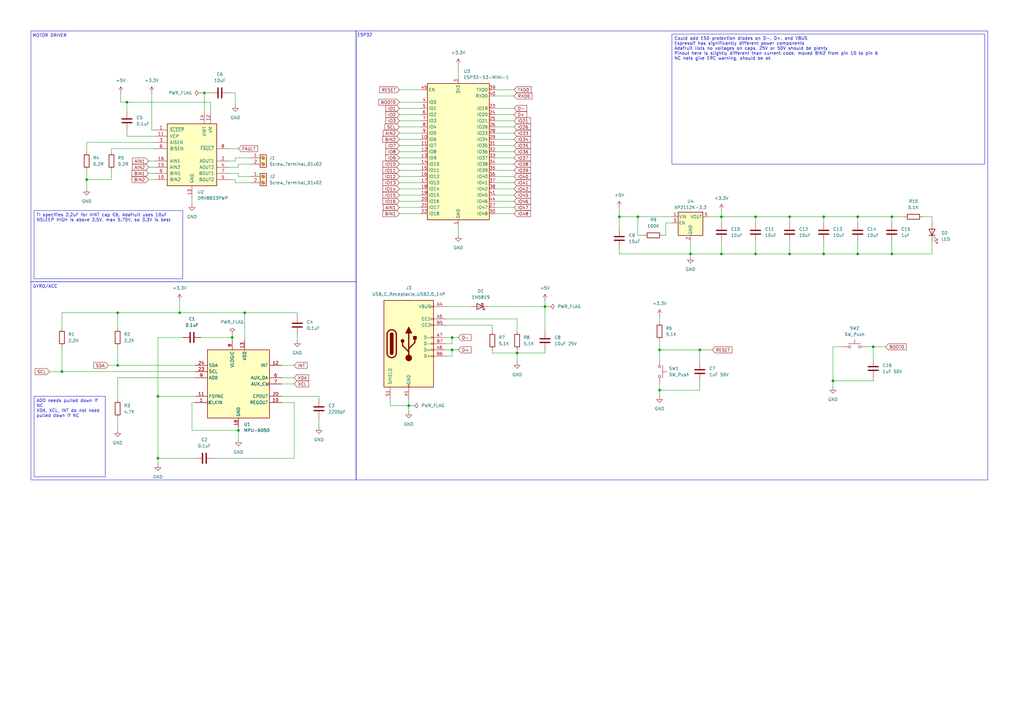
<source format=kicad_sch>
(kicad_sch (version 20231120) (generator "eeschema") (generator_version "8.0")
  (paper "A3")
  (title_block (title "Self Balancing Robot") (date "2024-06-18") (rev "A"))
  (lib_symbols
    (symbol "Connector:Screw_Terminal_01x02" (pin_names (offset 1.016) hide)
      (property "Reference" "J" (at 0 2.54 0))
      (property "Value" "Screw_Terminal_01x02" (at 0 -5.08 0))
      (symbol "Screw_Terminal_01x02_1_1"
        (pin passive line (at -5.08 0 0) (length 3.81) (name "Pin_1") (number "1"))
        (pin passive line (at -5.08 -2.54 0) (length 3.81) (name "Pin_2") (number "2"))
      )
    )
    (symbol "Connector:USB_C_Receptacle_USB2.0_14P" (pin_names (offset 1.016))
      (property "Reference" "J" (at 0 22.225 0))
      (property "Value" "USB_C_Receptacle_USB2.0_14P" (at 0 19.685 0))
      (symbol "USB_C_Receptacle_USB2.0_14P_1_1"
        (pin passive line (at 0 -22.86 90) (length 5.08) (name "GND") (number "A1"))
        (pin passive line (at 0 -22.86 90) (length 5.08) hide (name "GND") (number "A12"))
        (pin passive line (at 15.24 15.24 180) (length 5.08) (name "VBUS") (number "A4"))
        (pin bidirectional line (at 15.24 10.16 180) (length 5.08) (name "CC1") (number "A5"))
        (pin bidirectional line (at 15.24 -2.54 180) (length 5.08) (name "D+") (number "A6"))
        (pin bidirectional line (at 15.24 2.54 180) (length 5.08) (name "D-") (number "A7"))
        (pin passive line (at 15.24 15.24 180) (length 5.08) hide (name "VBUS") (number "A9"))
        (pin passive line (at 0 -22.86 90) (length 5.08) hide (name "GND") (number "B1"))
        (pin passive line (at 0 -22.86 90) (length 5.08) hide (name "GND") (number "B12"))
        (pin passive line (at 15.24 15.24 180) (length 5.08) hide (name "VBUS") (number "B4"))
        (pin bidirectional line (at 15.24 7.62 180) (length 5.08) (name "CC2") (number "B5"))
        (pin bidirectional line (at 15.24 -5.08 180) (length 5.08) (name "D+") (number "B6"))
        (pin bidirectional line (at 15.24 0 180) (length 5.08) (name "D-") (number "B7"))
        (pin passive line (at 15.24 15.24 180) (length 5.08) hide (name "VBUS") (number "B9"))
        (pin passive line (at -7.62 -22.86 90) (length 5.08) (name "SHIELD") (number "S1"))
      )
    )
    (symbol "Device:C" (pin_numbers hide) (pin_names (offset 0.254))
      (property "Reference" "C" (at 0.635 2.54 0))
      (property "Value" "C" (at 0.635 -2.54 0))
      (symbol "C_1_1"
        (pin passive line (at 0 3.81 270) (length 2.794) (name "~") (number "1"))
        (pin passive line (at 0 -3.81 90) (length 2.794) (name "~") (number "2"))
      )
    )
    (symbol "Device:LED" (pin_numbers hide) (pin_names (offset 1.016) hide)
      (property "Reference" "D" (at 0 2.54 0))
      (property "Value" "LED" (at 0 -2.54 0))
      (symbol "LED_1_1"
        (pin passive line (at -3.81 0 0) (length 2.54) (name "K") (number "1"))
        (pin passive line (at 3.81 0 180) (length 2.54) (name "A") (number "2"))
      )
    )
    (symbol "Device:R" (pin_numbers hide) (pin_names (offset 0))
      (property "Reference" "R" (at 2.032 0 90))
      (property "Value" "R" (at 0 0 90))
      (symbol "R_1_1"
        (pin passive line (at 0 3.81 270) (length 1.27) (name "~") (number "1"))
        (pin passive line (at 0 -3.81 90) (length 1.27) (name "~") (number "2"))
      )
    )
    (symbol "Diode:1N5819" (pin_numbers hide) (pin_names (offset 1.016) hide)
      (property "Reference" "D" (at 0 2.54 0))
      (property "Value" "1N5819" (at 0 -2.54 0))
      (symbol "1N5819_1_1"
        (pin passive line (at -3.81 0 0) (length 2.54) (name "K") (number "1"))
        (pin passive line (at 3.81 0 180) (length 2.54) (name "A") (number "2"))
      )
    )
    (symbol "Driver_Motor:DRV8833PWP" (pin_names (offset 1.016))
      (property "Reference" "U" (at -3.81 16.51 0))
      (property "Value" "DRV8833PWP" (at -3.81 13.97 0))
      (symbol "DRV8833PWP_1_1"
        (pin input line (at -15.24 10.16 0) (length 5.08) (name "~{SLEEP}") (number "1"))
        (pin input line (at -15.24 -10.16 0) (length 5.08) (name "BIN2") (number "10"))
        (pin bidirectional line (at -15.24 7.62 0) (length 5.08) (name "VCP") (number "11"))
        (pin power_in line (at 7.62 17.78 270) (length 5.08) (name "VM") (number "12"))
        (pin power_in line (at 0 -17.78 90) (length 5.08) (name "GND") (number "13"))
        (pin power_in line (at 5.08 17.78 270) (length 5.08) (name "VINT") (number "14"))
        (pin input line (at -15.24 -5.08 0) (length 5.08) (name "AIN2") (number "15"))
        (pin input line (at -15.24 -2.54 0) (length 5.08) (name "AIN1") (number "16"))
        (pin passive line (at 0 -17.78 90) (length 5.08) hide (name "GND") (number "17"))
        (pin power_out line (at 15.24 -2.54 180) (length 5.08) (name "AOUT1") (number "2"))
        (pin bidirectional line (at -15.24 5.08 0) (length 5.08) (name "AISEN") (number "3"))
        (pin power_out line (at 15.24 -5.08 180) (length 5.08) (name "AOUT2") (number "4"))
        (pin power_out line (at 15.24 -10.16 180) (length 5.08) (name "BOUT2") (number "5"))
        (pin bidirectional line (at -15.24 2.54 0) (length 5.08) (name "BISEN") (number "6"))
        (pin power_out line (at 15.24 -7.62 180) (length 5.08) (name "BOUT1") (number "7"))
        (pin open_collector line (at 15.24 2.54 180) (length 5.08) (name "~{FAULT}") (number "8"))
        (pin input line (at -15.24 -7.62 0) (length 5.08) (name "BIN1") (number "9"))
      )
    )
    (symbol "RF_Module:ESP32-S3-MINI-1"
      (property "Reference" "U" (at -11.43 29.21 0))
      (property "Value" "ESP32-S3-MINI-1" (at 12.7 29.21 0))
      (symbol "ESP32-S3-MINI-1_1_1"
        (pin power_in line (at 0 -30.48 90) (length 2.54) (name "GND") (number "1"))
        (pin bidirectional line (at -15.24 5.08 0) (length 2.54) (name "IO6") (number "10"))
        (pin bidirectional line (at -15.24 2.54 0) (length 2.54) (name "IO7") (number "11"))
        (pin bidirectional line (at -15.24 0 0) (length 2.54) (name "IO8") (number "12"))
        (pin bidirectional line (at -15.24 -2.54 0) (length 2.54) (name "IO9") (number "13"))
        (pin bidirectional line (at -15.24 -5.08 0) (length 2.54) (name "IO10") (number "14"))
        (pin bidirectional line (at -15.24 -7.62 0) (length 2.54) (name "IO11") (number "15"))
        (pin bidirectional line (at -15.24 -10.16 0) (length 2.54) (name "IO12") (number "16"))
        (pin bidirectional line (at -15.24 -12.7 0) (length 2.54) (name "IO13") (number "17"))
        (pin bidirectional line (at -15.24 -15.24 0) (length 2.54) (name "IO14") (number "18"))
        (pin bidirectional line (at -15.24 -17.78 0) (length 2.54) (name "IO15") (number "19"))
        (pin passive line (at 0 -30.48 90) (length 2.54) hide (name "GND") (number "2"))
        (pin bidirectional line (at -15.24 -20.32 0) (length 2.54) (name "IO16") (number "20"))
        (pin bidirectional line (at -15.24 -22.86 0) (length 2.54) (name "IO17") (number "21"))
        (pin bidirectional line (at -15.24 -25.4 0) (length 2.54) (name "IO18") (number "22"))
        (pin bidirectional line (at 15.24 17.78 180) (length 2.54) (name "IO19") (number "23"))
        (pin bidirectional line (at 15.24 15.24 180) (length 2.54) (name "IO20") (number "24"))
        (pin bidirectional line (at 15.24 12.7 180) (length 2.54) (name "IO21") (number "25"))
        (pin bidirectional line (at 15.24 10.16 180) (length 2.54) (name "IO26") (number "26"))
        (pin bidirectional line (at 15.24 -22.86 180) (length 2.54) (name "IO47") (number "27"))
        (pin bidirectional line (at 15.24 7.62 180) (length 2.54) (name "IO33") (number "28"))
        (pin bidirectional line (at 15.24 5.08 180) (length 2.54) (name "IO34") (number "29"))
        (pin power_in line (at 0 30.48 270) (length 2.54) (name "3V3") (number "3"))
        (pin bidirectional line (at 15.24 -25.4 180) (length 2.54) (name "IO48") (number "30"))
        (pin bidirectional line (at 15.24 2.54 180) (length 2.54) (name "IO35") (number "31"))
        (pin bidirectional line (at 15.24 0 180) (length 2.54) (name "IO36") (number "32"))
        (pin bidirectional line (at 15.24 -2.54 180) (length 2.54) (name "IO37") (number "33"))
        (pin bidirectional line (at 15.24 -5.08 180) (length 2.54) (name "IO38") (number "34"))
        (pin bidirectional line (at 15.24 -7.62 180) (length 2.54) (name "IO39") (number "35"))
        (pin bidirectional line (at 15.24 -10.16 180) (length 2.54) (name "IO40") (number "36"))
        (pin bidirectional line (at 15.24 -12.7 180) (length 2.54) (name "IO41") (number "37"))
        (pin bidirectional line (at 15.24 -15.24 180) (length 2.54) (name "IO42") (number "38"))
        (pin bidirectional line (at 15.24 25.4 180) (length 2.54) (name "TXD0") (number "39"))
        (pin bidirectional line (at -15.24 20.32 0) (length 2.54) (name "IO0") (number "4"))
        (pin bidirectional line (at 15.24 22.86 180) (length 2.54) (name "RXD0") (number "40"))
        (pin bidirectional line (at 15.24 -17.78 180) (length 2.54) (name "IO45") (number "41"))
        (pin passive line (at 0 -30.48 90) (length 2.54) hide (name "GND") (number "42"))
        (pin passive line (at 0 -30.48 90) (length 2.54) hide (name "GND") (number "43"))
        (pin bidirectional line (at 15.24 -20.32 180) (length 2.54) (name "IO46") (number "44"))
        (pin input line (at -15.24 25.4 0) (length 2.54) (name "EN") (number "45"))
        (pin passive line (at 0 -30.48 90) (length 2.54) hide (name "GND") (number "46"))
        (pin passive line (at 0 -30.48 90) (length 2.54) hide (name "GND") (number "47"))
        (pin passive line (at 0 -30.48 90) (length 2.54) hide (name "GND") (number "48"))
        (pin passive line (at 0 -30.48 90) (length 2.54) hide (name "GND") (number "49"))
        (pin bidirectional line (at -15.24 17.78 0) (length 2.54) (name "IO1") (number "5"))
        (pin passive line (at 0 -30.48 90) (length 2.54) hide (name "GND") (number "50"))
        (pin passive line (at 0 -30.48 90) (length 2.54) hide (name "GND") (number "51"))
        (pin passive line (at 0 -30.48 90) (length 2.54) hide (name "GND") (number "52"))
        (pin passive line (at 0 -30.48 90) (length 2.54) hide (name "GND") (number "53"))
        (pin passive line (at 0 -30.48 90) (length 2.54) hide (name "GND") (number "54"))
        (pin passive line (at 0 -30.48 90) (length 2.54) hide (name "GND") (number "55"))
        (pin passive line (at 0 -30.48 90) (length 2.54) hide (name "GND") (number "56"))
        (pin passive line (at 0 -30.48 90) (length 2.54) hide (name "GND") (number "57"))
        (pin passive line (at 0 -30.48 90) (length 2.54) hide (name "GND") (number "58"))
        (pin passive line (at 0 -30.48 90) (length 2.54) hide (name "GND") (number "59"))
        (pin bidirectional line (at -15.24 15.24 0) (length 2.54) (name "IO2") (number "6"))
        (pin passive line (at 0 -30.48 90) (length 2.54) hide (name "GND") (number "60"))
        (pin passive line (at 0 -30.48 90) (length 2.54) hide (name "GND") (number "61"))
        (pin passive line (at 0 -30.48 90) (length 2.54) hide (name "GND") (number "62"))
        (pin passive line (at 0 -30.48 90) (length 2.54) hide (name "GND") (number "63"))
        (pin passive line (at 0 -30.48 90) (length 2.54) hide (name "GND") (number "64"))
        (pin passive line (at 0 -30.48 90) (length 2.54) hide (name "GND") (number "65"))
        (pin bidirectional line (at -15.24 12.7 0) (length 2.54) (name "IO3") (number "7"))
        (pin bidirectional line (at -15.24 10.16 0) (length 2.54) (name "IO4") (number "8"))
        (pin bidirectional line (at -15.24 7.62 0) (length 2.54) (name "IO5") (number "9"))
      )
    )
    (symbol "Regulator_Linear:AP2112K-3.3" (pin_names (offset 0.254))
      (property "Reference" "U" (at -5.08 5.715 0))
      (property "Value" "AP2112K-3.3" (at 0 5.715 0))
      (symbol "AP2112K-3.3_1_1"
        (pin power_in line (at -7.62 2.54 0) (length 2.54) (name "VIN") (number "1"))
        (pin power_in line (at 0 -7.62 90) (length 2.54) (name "GND") (number "2"))
        (pin input line (at -7.62 0 0) (length 2.54) (name "EN") (number "3"))
        (pin no_connect line (at 5.08 0 180) (length 2.54) hide (name "NC") (number "4"))
        (pin power_out line (at 7.62 2.54 180) (length 2.54) (name "VOUT") (number "5"))
      )
    )
    (symbol "Sensor_Motion:MPU-6050"
      (property "Reference" "U" (at -11.43 13.97 0))
      (property "Value" "MPU-6050" (at 7.62 -15.24 0))
      (symbol "MPU-6050_0_0"
        (text "" (at 12.7 -2.54 0) (effects (font (size 1.27 1.27))))
      )
      (symbol "MPU-6050_1_1"
        (pin input clock (at -17.78 -7.62 0) (length 5.08) (name "CLKIN") (number "1"))
        (pin passive line (at 17.78 -7.62 180) (length 5.08) (name "REGOUT") (number "10"))
        (pin input line (at -17.78 -5.08 0) (length 5.08) (name "FSYNC") (number "11"))
        (pin output line (at 17.78 7.62 180) (length 5.08) (name "INT") (number "12"))
        (pin power_in line (at 2.54 17.78 270) (length 3.81) (name "VDD") (number "13"))
        (pin no_connect line (at -12.7 -10.16 0) (length 2.54) hide (name "NC") (number "14"))
        (pin no_connect line (at 12.7 12.7 180) (length 2.54) hide (name "NC") (number "15"))
        (pin no_connect line (at 12.7 10.16 180) (length 2.54) hide (name "NC") (number "16"))
        (pin no_connect line (at 12.7 5.08 180) (length 2.54) hide (name "NC") (number "17"))
        (pin power_in line (at 0 -17.78 90) (length 3.81) (name "GND") (number "18"))
        (pin no_connect line (at 12.7 -10.16 180) (length 2.54) hide (name "RESV") (number "19"))
        (pin no_connect line (at -12.7 12.7 0) (length 2.54) hide (name "NC") (number "2"))
        (pin passive line (at 17.78 -5.08 180) (length 5.08) (name "CPOUT") (number "20"))
        (pin no_connect line (at 12.7 -2.54 180) (length 2.54) hide (name "RESV") (number "21"))
        (pin no_connect line (at 12.7 -12.7 180) (length 2.54) hide (name "RESV") (number "22"))
        (pin input line (at -17.78 5.08 0) (length 5.08) (name "SCL") (number "23"))
        (pin bidirectional line (at -17.78 7.62 0) (length 5.08) (name "SDA") (number "24"))
        (pin no_connect line (at -12.7 10.16 0) (length 2.54) hide (name "NC") (number "3"))
        (pin no_connect line (at -12.7 0 0) (length 2.54) hide (name "NC") (number "4"))
        (pin no_connect line (at -12.7 -2.54 0) (length 2.54) hide (name "NC") (number "5"))
        (pin bidirectional line (at 17.78 2.54 180) (length 5.08) (name "AUX_DA") (number "6"))
        (pin output clock (at 17.78 0 180) (length 5.08) (name "AUX_CL") (number "7"))
        (pin power_in line (at -2.54 17.78 270) (length 3.81) (name "VLOGIC") (number "8"))
        (pin input line (at -17.78 2.54 0) (length 5.08) (name "AD0") (number "9"))
      )
    )
    (symbol "Switch:SW_Push" (pin_numbers hide) (pin_names (offset 1.016) hide)
      (property "Reference" "SW" (at 1.27 2.54 0))
      (property "Value" "SW_Push" (at 0 -1.524 0))
      (symbol "SW_Push_0_1"
        (pin passive line (at -5.08 0 0) (length 2.54) (name "1") (number "1"))
        (pin passive line (at 5.08 0 180) (length 2.54) (name "2") (number "2"))
      )
    )
    (symbol "power:+3.3V" (power) (pin_numbers hide) (pin_names (offset 0) hide)
      (property "Value" "+3.3V" (at 0 3.556 0))
      (symbol "+3.3V_1_1"
        (pin power_in line (at 0 0 90) (length 0) (name "~") (number "1"))
      )
    )
    (symbol "power:+5V" (power) (pin_numbers hide) (pin_names (offset 0) hide)
      (property "Value" "+5V" (at 0 3.556 0))
      (symbol "+5V_1_1"
        (pin power_in line (at 0 0 90) (length 0) (name "~") (number "1"))
      )
    )
    (symbol "power:GND" (power) (pin_numbers hide) (pin_names (offset 0) hide)
      (property "Value" "GND" (at 0 -3.81 0))
      (symbol "GND_1_1"
        (pin power_in line (at 0 0 270) (length 0) (name "~") (number "1"))
      )
    )
    (symbol "power:PWR_FLAG" (power) (pin_numbers hide) (pin_names (offset 0) hide)
      (property "Value" "PWR_FLAG" (at 0 3.81 0))
      (symbol "PWR_FLAG_0_0"
        (pin power_out line (at 0 0 90) (length 0) (name "~") (number "1"))
      )
    )
  )
  (junction (at 351.79 104.14))
  (junction (at 254 88.9))
  (junction (at 52.07 41.91))
  (junction (at 341.63 156.21))
  (junction (at 337.82 104.14))
  (junction (at 48.26 128.27))
  (junction (at 270.51 160.02))
  (junction (at 323.85 88.9))
  (junction (at 64.77 162.56))
  (junction (at 287.02 143.51))
  (junction (at 64.77 187.96))
  (junction (at 25.4 152.4))
  (junction (at 185.42 143.51))
  (junction (at 212.09 144.78))
  (junction (at 365.76 88.9))
  (junction (at 295.91 104.14))
  (junction (at 295.91 88.9))
  (junction (at 35.56 73.66))
  (junction (at 100.33 128.27))
  (junction (at 323.85 104.14))
  (junction (at 283.21 104.14))
  (junction (at 309.88 88.9))
  (junction (at 358.14 142.24))
  (junction (at 309.88 104.14))
  (junction (at 95.25 138.43))
  (junction (at 261.62 88.9))
  (junction (at 167.64 166.37))
  (junction (at 351.79 88.9))
  (junction (at 223.52 125.73))
  (junction (at 97.79 176.53))
  (junction (at 185.42 138.43))
  (junction (at 365.76 104.14))
  (junction (at 270.51 143.51))
  (junction (at 337.82 88.9))
  (junction (at 48.26 149.86))
  (junction (at 73.66 128.27))
  (junction (at 83.82 38.1))
  (wire (pts (xy 97.79 72.39) (xy 102.87 72.39)))
  (wire (pts (xy 185.42 143.51) (xy 187.96 143.51)))
  (wire (pts (xy 73.66 128.27) (xy 48.26 128.27)))
  (wire (pts (xy 130.81 163.83) (xy 130.81 162.56)))
  (wire (pts (xy 160.02 166.37) (xy 167.64 166.37)))
  (wire (pts (xy 358.14 142.24) (xy 363.22 142.24)))
  (wire (pts (xy 163.83 80.01) (xy 172.72 80.01)))
  (wire (pts (xy 351.79 91.44) (xy 351.79 88.9)))
  (wire (pts (xy 163.83 36.83) (xy 172.72 36.83)))
  (wire (pts (xy 223.52 144.78) (xy 212.09 144.78)))
  (wire (pts (xy 182.88 138.43) (xy 185.42 138.43)))
  (wire (pts (xy 95.25 138.43) (xy 95.25 139.7)))
  (wire (pts (xy 382.27 99.06) (xy 382.27 104.14)))
  (wire (pts (xy 323.85 99.06) (xy 323.85 104.14)))
  (wire (pts (xy 337.82 88.9) (xy 323.85 88.9)))
  (wire (pts (xy 203.2 82.55) (xy 210.82 82.55)))
  (wire (pts (xy 160.02 163.83) (xy 160.02 166.37)))
  (wire (pts (xy 45.72 60.96) (xy 45.72 62.23)))
  (wire (pts (xy 295.91 99.06) (xy 295.91 104.14)))
  (wire (pts (xy 254 88.9) (xy 261.62 88.9)))
  (wire (pts (xy 49.53 41.91) (xy 52.07 41.91)))
  (wire (pts (xy 78.74 165.1) (xy 80.01 165.1)))
  (wire (pts (xy 52.07 53.34) (xy 52.07 55.88)))
  (wire (pts (xy 323.85 91.44) (xy 323.85 88.9)))
  (wire (pts (xy 78.74 81.28) (xy 78.74 83.82)))
  (wire (pts (xy 73.66 123.19) (xy 73.66 128.27)))
  (wire (pts (xy 203.2 74.93) (xy 210.82 74.93)))
  (wire (pts (xy 163.83 52.07) (xy 172.72 52.07)))
  (wire (pts (xy 224.79 125.73) (xy 223.52 125.73)))
  (wire (pts (xy 83.82 38.1) (xy 86.36 38.1)))
  (wire (pts (xy 48.26 134.62) (xy 48.26 128.27)))
  (wire (pts (xy 223.52 125.73) (xy 223.52 135.89)))
  (wire (pts (xy 163.83 64.77) (xy 172.72 64.77)))
  (wire (pts (xy 60.96 73.66) (xy 63.5 73.66)))
  (wire (pts (xy 97.79 67.31) (xy 102.87 67.31)))
  (wire (pts (xy 270.51 157.48) (xy 270.51 160.02)))
  (wire (pts (xy 95.25 137.16) (xy 95.25 138.43)))
  (wire (pts (xy 365.76 104.14) (xy 351.79 104.14)))
  (wire (pts (xy 201.93 133.35) (xy 182.88 133.35)))
  (wire (pts (xy 185.42 138.43) (xy 187.96 138.43)))
  (wire (pts (xy 163.83 67.31) (xy 172.72 67.31)))
  (wire (pts (xy 20.32 152.4) (xy 25.4 152.4)))
  (wire (pts (xy 64.77 138.43) (xy 64.77 162.56)))
  (wire (pts (xy 309.88 99.06) (xy 309.88 104.14)))
  (wire (pts (xy 82.55 38.1) (xy 83.82 38.1)))
  (wire (pts (xy 287.02 143.51) (xy 270.51 143.51)))
  (wire (pts (xy 341.63 156.21) (xy 358.14 156.21)))
  (wire (pts (xy 254 101.6) (xy 254 104.14)))
  (wire (pts (xy 309.88 104.14) (xy 295.91 104.14)))
  (wire (pts (xy 121.92 139.7) (xy 121.92 137.16)))
  (wire (pts (xy 273.05 91.44) (xy 275.59 91.44)))
  (wire (pts (xy 64.77 187.96) (xy 80.01 187.96)))
  (wire (pts (xy 82.55 138.43) (xy 95.25 138.43)))
  (wire (pts (xy 341.63 156.21) (xy 341.63 158.75)))
  (wire (pts (xy 83.82 45.72) (xy 83.82 38.1)))
  (wire (pts (xy 203.2 54.61) (xy 210.82 54.61)))
  (wire (pts (xy 60.96 66.04) (xy 63.5 66.04)))
  (wire (pts (xy 163.83 54.61) (xy 172.72 54.61)))
  (wire (pts (xy 163.83 49.53) (xy 172.72 49.53)))
  (wire (pts (xy 115.57 154.94) (xy 120.65 154.94)))
  (wire (pts (xy 309.88 88.9) (xy 295.91 88.9)))
  (wire (pts (xy 96.52 64.77) (xy 102.87 64.77)))
  (wire (pts (xy 203.2 49.53) (xy 210.82 49.53)))
  (wire (pts (xy 337.82 104.14) (xy 323.85 104.14)))
  (wire (pts (xy 365.76 99.06) (xy 365.76 104.14)))
  (wire (pts (xy 96.52 66.04) (xy 93.98 66.04)))
  (wire (pts (xy 365.76 91.44) (xy 365.76 88.9)))
  (wire (pts (xy 351.79 99.06) (xy 351.79 104.14)))
  (wire (pts (xy 163.83 57.15) (xy 172.72 57.15)))
  (wire (pts (xy 223.52 143.51) (xy 223.52 144.78)))
  (wire (pts (xy 203.2 52.07) (xy 210.82 52.07)))
  (wire (pts (xy 358.14 142.24) (xy 358.14 147.32)))
  (wire (pts (xy 52.07 41.91) (xy 86.36 41.91)))
  (wire (pts (xy 203.2 87.63) (xy 210.82 87.63)))
  (wire (pts (xy 63.5 55.88) (xy 52.07 55.88)))
  (wire (pts (xy 223.52 123.19) (xy 223.52 125.73)))
  (wire (pts (xy 182.88 140.97) (xy 185.42 140.97)))
  (wire (pts (xy 187.96 26.67) (xy 187.96 31.75)))
  (wire (pts (xy 203.2 67.31) (xy 210.82 67.31)))
  (wire (pts (xy 200.66 125.73) (xy 223.52 125.73)))
  (wire (pts (xy 96.52 38.1) (xy 96.52 43.18)))
  (wire (pts (xy 337.82 91.44) (xy 337.82 88.9)))
  (wire (pts (xy 163.83 59.69) (xy 172.72 59.69)))
  (wire (pts (xy 167.64 163.83) (xy 167.64 166.37)))
  (wire (pts (xy 25.4 152.4) (xy 25.4 142.24)))
  (wire (pts (xy 35.56 58.42) (xy 35.56 62.23)))
  (wire (pts (xy 63.5 58.42) (xy 35.56 58.42)))
  (wire (pts (xy 163.83 41.91) (xy 172.72 41.91)))
  (wire (pts (xy 355.6 142.24) (xy 358.14 142.24)))
  (wire (pts (xy 48.26 149.86) (xy 48.26 142.24)))
  (wire (pts (xy 163.83 85.09) (xy 172.72 85.09)))
  (wire (pts (xy 203.2 57.15) (xy 210.82 57.15)))
  (wire (pts (xy 185.42 146.05) (xy 185.42 143.51)))
  (wire (pts (xy 290.83 88.9) (xy 295.91 88.9)))
  (wire (pts (xy 212.09 144.78) (xy 212.09 148.59)))
  (wire (pts (xy 203.2 39.37) (xy 210.82 39.37)))
  (wire (pts (xy 163.83 69.85) (xy 172.72 69.85)))
  (wire (pts (xy 187.96 92.71) (xy 187.96 96.52)))
  (wire (pts (xy 358.14 156.21) (xy 358.14 154.94)))
  (wire (pts (xy 78.74 176.53) (xy 97.79 176.53)))
  (wire (pts (xy 93.98 60.96) (xy 97.79 60.96)))
  (wire (pts (xy 182.88 146.05) (xy 185.42 146.05)))
  (wire (pts (xy 97.79 67.31) (xy 97.79 68.58)))
  (wire (pts (xy 337.82 99.06) (xy 337.82 104.14)))
  (wire (pts (xy 270.51 139.7) (xy 270.51 143.51)))
  (wire (pts (xy 341.63 142.24) (xy 341.63 156.21)))
  (wire (pts (xy 203.2 85.09) (xy 210.82 85.09)))
  (wire (pts (xy 96.52 38.1) (xy 93.98 38.1)))
  (wire (pts (xy 45.72 73.66) (xy 35.56 73.66)))
  (wire (pts (xy 64.77 162.56) (xy 80.01 162.56)))
  (wire (pts (xy 264.16 96.52) (xy 261.62 96.52)))
  (wire (pts (xy 60.96 71.12) (xy 63.5 71.12)))
  (wire (pts (xy 97.79 176.53) (xy 97.79 180.34)))
  (wire (pts (xy 48.26 154.94) (xy 80.01 154.94)))
  (wire (pts (xy 96.52 73.66) (xy 93.98 73.66)))
  (wire (pts (xy 96.52 74.93) (xy 96.52 73.66)))
  (wire (pts (xy 271.78 96.52) (xy 273.05 96.52)))
  (wire (pts (xy 52.07 45.72) (xy 52.07 41.91)))
  (wire (pts (xy 100.33 128.27) (xy 100.33 139.7)))
  (wire (pts (xy 309.88 91.44) (xy 309.88 88.9)))
  (wire (pts (xy 351.79 88.9) (xy 337.82 88.9)))
  (wire (pts (xy 261.62 96.52) (xy 261.62 88.9)))
  (wire (pts (xy 35.56 69.85) (xy 35.56 73.66)))
  (wire (pts (xy 163.83 87.63) (xy 172.72 87.63)))
  (wire (pts (xy 163.83 72.39) (xy 172.72 72.39)))
  (wire (pts (xy 203.2 72.39) (xy 210.82 72.39)))
  (wire (pts (xy 44.45 149.86) (xy 48.26 149.86)))
  (wire (pts (xy 163.83 77.47) (xy 172.72 77.47)))
  (wire (pts (xy 261.62 88.9) (xy 275.59 88.9)))
  (wire (pts (xy 163.83 74.93) (xy 172.72 74.93)))
  (wire (pts (xy 97.79 175.26) (xy 97.79 176.53)))
  (wire (pts (xy 163.83 62.23) (xy 172.72 62.23)))
  (wire (pts (xy 254 85.09) (xy 254 88.9)))
  (wire (pts (xy 201.93 143.51) (xy 201.93 144.78)))
  (wire (pts (xy 382.27 91.44) (xy 382.27 88.9)))
  (wire (pts (xy 163.83 44.45) (xy 172.72 44.45)))
  (wire (pts (xy 78.74 165.1) (xy 78.74 176.53)))
  (wire (pts (xy 254 88.9) (xy 254 93.98)))
  (wire (pts (xy 203.2 77.47) (xy 210.82 77.47)))
  (wire (pts (xy 254 104.14) (xy 283.21 104.14)))
  (wire (pts (xy 121.92 128.27) (xy 100.33 128.27)))
  (wire (pts (xy 185.42 140.97) (xy 185.42 138.43)))
  (wire (pts (xy 323.85 88.9) (xy 309.88 88.9)))
  (wire (pts (xy 283.21 99.06) (xy 283.21 104.14)))
  (wire (pts (xy 168.91 166.37) (xy 167.64 166.37)))
  (wire (pts (xy 97.79 71.12) (xy 93.98 71.12)))
  (wire (pts (xy 163.83 82.55) (xy 172.72 82.55)))
  (wire (pts (xy 48.26 163.83) (xy 48.26 154.94)))
  (wire (pts (xy 86.36 41.91) (xy 86.36 45.72)))
  (wire (pts (xy 163.83 46.99) (xy 172.72 46.99)))
  (wire (pts (xy 351.79 104.14) (xy 337.82 104.14)))
  (wire (pts (xy 120.65 165.1) (xy 115.57 165.1)))
  (wire (pts (xy 120.65 187.96) (xy 120.65 165.1)))
  (wire (pts (xy 182.88 143.51) (xy 185.42 143.51)))
  (wire (pts (xy 270.51 143.51) (xy 270.51 147.32)))
  (wire (pts (xy 25.4 128.27) (xy 48.26 128.27)))
  (wire (pts (xy 203.2 44.45) (xy 210.82 44.45)))
  (wire (pts (xy 287.02 156.21) (xy 287.02 160.02)))
  (wire (pts (xy 323.85 104.14) (xy 309.88 104.14)))
  (wire (pts (xy 203.2 64.77) (xy 210.82 64.77)))
  (wire (pts (xy 203.2 59.69) (xy 210.82 59.69)))
  (wire (pts (xy 97.79 68.58) (xy 93.98 68.58)))
  (wire (pts (xy 203.2 69.85) (xy 210.82 69.85)))
  (wire (pts (xy 382.27 88.9) (xy 378.46 88.9)))
  (wire (pts (xy 203.2 36.83) (xy 210.82 36.83)))
  (wire (pts (xy 167.64 166.37) (xy 167.64 168.91)))
  (wire (pts (xy 63.5 60.96) (xy 45.72 60.96)))
  (wire (pts (xy 115.57 157.48) (xy 120.65 157.48)))
  (wire (pts (xy 35.56 73.66) (xy 35.56 77.47)))
  (wire (pts (xy 130.81 171.45) (xy 130.81 175.26)))
  (wire (pts (xy 48.26 149.86) (xy 80.01 149.86)))
  (wire (pts (xy 287.02 143.51) (xy 292.1 143.51)))
  (wire (pts (xy 203.2 62.23) (xy 210.82 62.23)))
  (wire (pts (xy 64.77 162.56) (xy 64.77 187.96)))
  (wire (pts (xy 201.93 144.78) (xy 212.09 144.78)))
  (wire (pts (xy 203.2 80.01) (xy 210.82 80.01)))
  (wire (pts (xy 287.02 160.02) (xy 270.51 160.02)))
  (wire (pts (xy 212.09 135.89) (xy 212.09 130.81)))
  (wire (pts (xy 287.02 148.59) (xy 287.02 143.51)))
  (wire (pts (xy 212.09 143.51) (xy 212.09 144.78)))
  (wire (pts (xy 115.57 149.86) (xy 120.65 149.86)))
  (wire (pts (xy 365.76 88.9) (xy 370.84 88.9)))
  (wire (pts (xy 201.93 135.89) (xy 201.93 133.35)))
  (wire (pts (xy 295.91 104.14) (xy 283.21 104.14)))
  (wire (pts (xy 96.52 74.93) (xy 102.87 74.93)))
  (wire (pts (xy 182.88 125.73) (xy 193.04 125.73)))
  (wire (pts (xy 45.72 69.85) (xy 45.72 73.66)))
  (wire (pts (xy 270.51 160.02) (xy 270.51 162.56)))
  (wire (pts (xy 295.91 88.9) (xy 295.91 91.44)))
  (wire (pts (xy 60.96 68.58) (xy 63.5 68.58)))
  (wire (pts (xy 97.79 72.39) (xy 97.79 71.12)))
  (wire (pts (xy 64.77 190.5) (xy 64.77 187.96)))
  (wire (pts (xy 382.27 104.14) (xy 365.76 104.14)))
  (wire (pts (xy 25.4 134.62) (xy 25.4 128.27)))
  (wire (pts (xy 365.76 88.9) (xy 351.79 88.9)))
  (wire (pts (xy 63.5 53.34) (xy 62.23 53.34)))
  (wire (pts (xy 212.09 130.81) (xy 182.88 130.81)))
  (wire (pts (xy 100.33 128.27) (xy 73.66 128.27)))
  (wire (pts (xy 121.92 128.27) (xy 121.92 129.54)))
  (wire (pts (xy 96.52 64.77) (xy 96.52 66.04)))
  (wire (pts (xy 283.21 105.41) (xy 283.21 104.14)))
  (wire (pts (xy 25.4 152.4) (xy 80.01 152.4)))
  (wire (pts (xy 273.05 96.52) (xy 273.05 91.44)))
  (wire (pts (xy 64.77 138.43) (xy 74.93 138.43)))
  (wire (pts (xy 295.91 88.9) (xy 295.91 86.36)))
  (wire (pts (xy 49.53 38.1) (xy 49.53 41.91)))
  (wire (pts (xy 203.2 46.99) (xy 210.82 46.99)))
  (wire (pts (xy 62.23 38.1) (xy 62.23 53.34)))
  (wire (pts (xy 130.81 162.56) (xy 115.57 162.56)))
  (wire (pts (xy 345.44 142.24) (xy 341.63 142.24)))
  (wire (pts (xy 270.51 129.54) (xy 270.51 132.08)))
  (wire (pts (xy 87.63 187.96) (xy 120.65 187.96)))
  (wire (pts (xy 48.26 171.45) (xy 48.26 176.53)))
  (rectangle (start 12.7 115.57) (end 146.05 196.85))
  (rectangle (start 146.05 12.7) (end 405.13 196.85))
  (rectangle (start 12.7 12.7) (end 146.05 115.57))
  (text_box "TI specifies 2.2uF for VINT cap C6, Adafruit uses 10uF\nNSLEEP HIGH is above 2.5V, max 5.75V, so 3.3V is best" (at 13.97 86.36 0) (size 60.96 27.94) (effects (font (size 1.27 1.27)) (justify left top)))
  (text_box "Could add ESD protection diodes on D-, D+, and VBUS\nEspressif has significantly different power components\nAdafruit lists no voltages on caps, 25V or 50V should be plenty\nPinout here is slightly different than current code, moved BIN2 from pin 10 to pin 6\nNC nets give ERC warning, should be ok" (at 275.59 13.97 0) (size 128.27 53.34) (effects (font (size 1.27 1.27)) (justify left top)))
  (text_box "ADO needs pulled down if NC\nXDA, XCL, INT do not need pulled down if NC" (at 13.97 162.56 0) (size 29.21 33.02) (effects (font (size 1.27 1.27)) (justify left top)))
  (text "GYRO/ACC" (at 18.542 117.602 0) (effects (font (size 1.27 1.27))))
  (text "MOTOR DRIVER" (at 20.32 14.732 0) (effects (font (size 1.27 1.27))))
  (text "ESP32" (at 149.606 14.478 0) (effects (font (size 1.27 1.27))))
  (global_label "D-" (shape input) (at 210.82 44.45 0) (property "Intersheetrefs" "${INTERSHEET_REFS}" (effects (hide yes))))
  (global_label "RESET" (shape input) (at 163.83 36.83 180) (property "Intersheetrefs" "${INTERSHEET_REFS}" (effects (hide yes))))
  (global_label "BIN1" (shape input) (at 163.83 87.63 180) (property "Intersheetrefs" "${INTERSHEET_REFS}" (effects (hide yes))))
  (global_label "IO34" (shape input) (at 210.82 57.15 0) (property "Intersheetrefs" "${INTERSHEET_REFS}" (effects (hide yes))))
  (global_label "IO14" (shape input) (at 163.83 77.47 180) (property "Intersheetrefs" "${INTERSHEET_REFS}" (effects (hide yes))))
  (global_label "SCL" (shape input) (at 163.83 52.07 180) (property "Intersheetrefs" "${INTERSHEET_REFS}" (effects (hide yes))))
  (global_label "D+" (shape input) (at 210.82 46.99 0) (property "Intersheetrefs" "${INTERSHEET_REFS}" (effects (hide yes))))
  (global_label "RXD0" (shape input) (at 210.82 39.37 0) (property "Intersheetrefs" "${INTERSHEET_REFS}" (effects (hide yes))))
  (global_label "IO46" (shape input) (at 210.82 82.55 0) (property "Intersheetrefs" "${INTERSHEET_REFS}" (effects (hide yes))))
  (global_label "IO21" (shape input) (at 210.82 49.53 0) (property "Intersheetrefs" "${INTERSHEET_REFS}" (effects (hide yes))))
  (global_label "IO39" (shape input) (at 210.82 69.85 0) (property "Intersheetrefs" "${INTERSHEET_REFS}" (effects (hide yes))))
  (global_label "IO38" (shape input) (at 210.82 67.31 0) (property "Intersheetrefs" "${INTERSHEET_REFS}" (effects (hide yes))))
  (global_label "IO33" (shape input) (at 210.82 54.61 0) (property "Intersheetrefs" "${INTERSHEET_REFS}" (effects (hide yes))))
  (global_label "IO2" (shape input) (at 163.83 46.99 180) (property "Intersheetrefs" "${INTERSHEET_REFS}" (effects (hide yes))))
  (global_label "IO15" (shape input) (at 163.83 80.01 180) (property "Intersheetrefs" "${INTERSHEET_REFS}" (effects (hide yes))))
  (global_label "IO35" (shape input) (at 210.82 59.69 0) (property "Intersheetrefs" "${INTERSHEET_REFS}" (effects (hide yes))))
  (global_label "IO42" (shape input) (at 210.82 77.47 0) (property "Intersheetrefs" "${INTERSHEET_REFS}" (effects (hide yes))))
  (global_label "SCL" (shape input) (at 20.32 152.4 180) (property "Intersheetrefs" "${INTERSHEET_REFS}" (effects (hide yes))))
  (global_label "XDA" (shape input) (at 120.65 154.94 0) (property "Intersheetrefs" "${INTERSHEET_REFS}" (effects (hide yes))))
  (global_label "AIN1" (shape input) (at 60.96 66.04 180) (property "Intersheetrefs" "${INTERSHEET_REFS}" (effects (hide yes))))
  (global_label "BIN2" (shape input) (at 163.83 57.15 180) (property "Intersheetrefs" "${INTERSHEET_REFS}" (effects (hide yes))))
  (global_label "SDA" (shape input) (at 44.45 149.86 180) (property "Intersheetrefs" "${INTERSHEET_REFS}" (effects (hide yes))))
  (global_label "IO36" (shape input) (at 210.82 62.23 0) (property "Intersheetrefs" "${INTERSHEET_REFS}" (effects (hide yes))))
  (global_label "RESET" (shape input) (at 292.1 143.51 0) (property "Intersheetrefs" "${INTERSHEET_REFS}" (effects (hide yes))))
  (global_label "IO40" (shape input) (at 210.82 72.39 0) (property "Intersheetrefs" "${INTERSHEET_REFS}" (effects (hide yes))))
  (global_label "AIN2" (shape input) (at 163.83 54.61 180) (property "Intersheetrefs" "${INTERSHEET_REFS}" (effects (hide yes))))
  (global_label "AIN2" (shape input) (at 60.96 68.58 180) (property "Intersheetrefs" "${INTERSHEET_REFS}" (effects (hide yes))))
  (global_label "INT" (shape input) (at 120.65 149.86 0) (property "Intersheetrefs" "${INTERSHEET_REFS}" (effects (hide yes))))
  (global_label "IO41" (shape input) (at 210.82 74.93 0) (property "Intersheetrefs" "${INTERSHEET_REFS}" (effects (hide yes))))
  (global_label "IO48" (shape input) (at 210.82 87.63 0) (property "Intersheetrefs" "${INTERSHEET_REFS}" (effects (hide yes))))
  (global_label "IO7" (shape input) (at 163.83 59.69 180) (property "Intersheetrefs" "${INTERSHEET_REFS}" (effects (hide yes))))
  (global_label "IO13" (shape input) (at 163.83 74.93 180) (property "Intersheetrefs" "${INTERSHEET_REFS}" (effects (hide yes))))
  (global_label "BIN1" (shape input) (at 60.96 71.12 180) (property "Intersheetrefs" "${INTERSHEET_REFS}" (effects (hide yes))))
  (global_label "BOOT0" (shape input) (at 363.22 142.24 0) (property "Intersheetrefs" "${INTERSHEET_REFS}" (effects (hide yes))))
  (global_label "XCL" (shape input) (at 120.65 157.48 0) (property "Intersheetrefs" "${INTERSHEET_REFS}" (effects (hide yes))))
  (global_label "D+" (shape input) (at 187.96 143.51 0) (property "Intersheetrefs" "${INTERSHEET_REFS}" (effects (hide yes))))
  (global_label "IO37" (shape input) (at 210.82 64.77 0) (property "Intersheetrefs" "${INTERSHEET_REFS}" (effects (hide yes))))
  (global_label "IO12" (shape input) (at 163.83 72.39 180) (property "Intersheetrefs" "${INTERSHEET_REFS}" (effects (hide yes))))
  (global_label "IO9" (shape input) (at 163.83 64.77 180) (property "Intersheetrefs" "${INTERSHEET_REFS}" (effects (hide yes))))
  (global_label "IO45" (shape input) (at 210.82 80.01 0) (property "Intersheetrefs" "${INTERSHEET_REFS}" (effects (hide yes))))
  (global_label "IO3" (shape input) (at 163.83 49.53 180) (property "Intersheetrefs" "${INTERSHEET_REFS}" (effects (hide yes))))
  (global_label "IO11" (shape input) (at 163.83 69.85 180) (property "Intersheetrefs" "${INTERSHEET_REFS}" (effects (hide yes))))
  (global_label "BOOT0" (shape input) (at 163.83 41.91 180) (property "Intersheetrefs" "${INTERSHEET_REFS}" (effects (hide yes))))
  (global_label "IO8" (shape input) (at 163.83 62.23 180) (property "Intersheetrefs" "${INTERSHEET_REFS}" (effects (hide yes))))
  (global_label "IO1" (shape input) (at 163.83 44.45 180) (property "Intersheetrefs" "${INTERSHEET_REFS}" (effects (hide yes))))
  (global_label "IO16" (shape input) (at 163.83 82.55 180) (property "Intersheetrefs" "${INTERSHEET_REFS}" (effects (hide yes))))
  (global_label "D-" (shape input) (at 187.96 138.43 0) (property "Intersheetrefs" "${INTERSHEET_REFS}" (effects (hide yes))))
  (global_label "BIN2" (shape input) (at 60.96 73.66 180) (property "Intersheetrefs" "${INTERSHEET_REFS}" (effects (hide yes))))
  (global_label "AIN1" (shape input) (at 163.83 85.09 180) (property "Intersheetrefs" "${INTERSHEET_REFS}" (effects (hide yes))))
  (global_label "TXD0" (shape input) (at 210.82 36.83 0) (property "Intersheetrefs" "${INTERSHEET_REFS}" (effects (hide yes))))
  (global_label "IO10" (shape input) (at 163.83 67.31 180) (property "Intersheetrefs" "${INTERSHEET_REFS}" (effects (hide yes))))
  (global_label "IO26" (shape input) (at 210.82 52.07 0) (property "Intersheetrefs" "${INTERSHEET_REFS}" (effects (hide yes))))
  (global_label "IO47" (shape input) (at 210.82 85.09 0) (property "Intersheetrefs" "${INTERSHEET_REFS}" (effects (hide yes))))
  (global_label "FAULT" (shape input) (at 97.79 60.96 0) (property "Intersheetrefs" "${INTERSHEET_REFS}" (effects (hide yes))))
  (symbol (lib_id "Diode:1N5819") (at 196.85 125.73 180) (unit 1)
    (property "Reference" "D1" (at 197.1675 119.38 0))
    (property "Value" "1N5819" (at 197.1675 121.92 0))
    (property "Footprint" "Diode_THT:D_DO-41_SOD81_P10.16mm_Horizontal" (effects (hide yes)))
    (property "Datasheet" "http://www.vishay.com/docs/88525/1n5817.pdf" (effects (hide yes)))
    (property "Description" "40V 1A Schottky Barrier Rectifier Diode, DO-41" (effects (hide yes)))
  )
  (symbol (lib_id "Device:R") (at 25.4 138.43 0) (unit 1)
    (property "Reference" "R1" (at 27.94 137.1599 0) (effects (justify left)))
    (property "Value" "2.2K" (at 27.94 139.6999 0) (effects (justify left)))
    (property "Description" "Resistor" (effects (hide yes)))
  )
  (symbol (lib_id "Device:R") (at 35.56 66.04 0) (unit 1)
    (property "Reference" "R4" (at 38.1 64.7699 0) (effects (justify left)))
    (property "Value" "0.2R" (at 38.1 67.3099 0) (effects (justify left)))
    (property "Description" "Resistor" (effects (hide yes)))
  )
  (symbol (lib_id "power:+3.3V") (at 295.91 86.36 0) (unit 1)
    (property "Reference" "#PWR021" (effects (hide yes)))
    (property "Value" "+3.3V" (at 295.91 81.28 0))
    (property "Description" "Power symbol creates a global label with name \"+3.3V\"" (effects (hide yes)))
  )
  (symbol (lib_id "Connector:Screw_Terminal_01x02") (at 107.95 72.39 0) (unit 1)
    (property "Reference" "J2" (at 110.49 72.3899 0) (effects (justify left)))
    (property "Value" "Screw_Terminal_01x02" (at 110.49 74.9299 0) (effects (justify left)))
    (property "Description" "Generic screw terminal, single row, 01x02, script generated (kicad-library-utils/schlib/autogen/connector/)" (effects (hide yes)))
  )
  (symbol (lib_id "Device:C") (at 351.79 95.25 0) (unit 1)
    (property "Reference" "C14" (at 355.6 93.9799 0) (effects (justify left)))
    (property "Value" "10uF" (at 355.6 96.5199 0) (effects (justify left)))
    (property "Description" "Unpolarized capacitor" (effects (hide yes)))
  )
  (symbol (lib_id "Device:C") (at 121.92 133.35 0) (unit 1)
    (property "Reference" "C4" (at 125.73 132.0799 0) (effects (justify left)))
    (property "Value" "0.1uF" (at 125.73 134.6199 0) (effects (justify left)))
    (property "Description" "Unpolarized capacitor" (effects (hide yes)))
  )
  (symbol (lib_id "power:GND") (at 187.96 96.52 0) (unit 1)
    (property "Reference" "#PWR016" (effects (hide yes)))
    (property "Value" "GND" (at 187.96 101.6 0))
    (property "Description" "Power symbol creates a global label with name \"GND\" , ground" (effects (hide yes)))
  )
  (symbol (lib_id "Device:LED") (at 382.27 95.25 90) (unit 1)
    (property "Reference" "D2" (at 386.08 95.5674 90) (effects (justify right)))
    (property "Value" "LED" (at 386.08 98.1074 90) (effects (justify right)))
    (property "Description" "Light emitting diode" (effects (hide yes)))
  )
  (symbol (lib_id "Device:R") (at 270.51 135.89 0) (unit 1)
    (property "Reference" "R6" (at 273.05 134.6199 0) (effects (justify left)))
    (property "Value" "5.1K" (at 273.05 137.1599 0) (effects (justify left)))
    (property "Description" "Resistor" (effects (hide yes)))
  )
  (symbol (lib_id "power:PWR_FLAG") (at 168.91 166.37 270) (unit 1)
    (property "Reference" "#FLG01" (effects (hide yes)))
    (property "Value" "PWR_FLAG" (at 172.72 166.3699 90) (effects (justify left)))
    (property "Description" "Special symbol for telling ERC where power comes from" (effects (hide yes)))
  )
  (symbol (lib_id "Device:R") (at 48.26 167.64 0) (unit 1)
    (property "Reference" "R3" (at 50.8 166.3699 0) (effects (justify left)))
    (property "Value" "4.7K" (at 50.8 168.9099 0) (effects (justify left)))
    (property "Description" "Resistor" (effects (hide yes)))
  )
  (symbol (lib_id "power:GND") (at 35.56 77.47 0) (unit 1)
    (property "Reference" "#PWR08" (effects (hide yes)))
    (property "Value" "GND" (at 35.56 82.55 0))
    (property "Description" "Power symbol creates a global label with name \"GND\" , ground" (effects (hide yes)))
  )
  (symbol (lib_id "power:+3.3V") (at 62.23 38.1 0) (unit 1)
    (property "Reference" "#PWR011" (effects (hide yes)))
    (property "Value" "+3.3V" (at 62.23 33.02 0))
    (property "Description" "Power symbol creates a global label with name \"+3.3V\"" (effects (hide yes)))
  )
  (symbol (lib_id "power:GND") (at 212.09 148.59 0) (unit 1)
    (property "Reference" "#PWR017" (effects (hide yes)))
    (property "Value" "GND" (at 212.09 153.67 0))
    (property "Description" "Power symbol creates a global label with name \"GND\" , ground" (effects (hide yes)))
  )
  (symbol (lib_id "Device:R") (at 212.09 139.7 0) (unit 1)
    (property "Reference" "R8" (at 214.63 138.4299 0) (effects (justify left)))
    (property "Value" "5.1K" (at 214.63 140.9699 0) (effects (justify left)))
    (property "Description" "Resistor" (effects (hide yes)))
  )
  (symbol (lib_id "Device:C") (at 223.52 139.7 0) (unit 1)
    (property "Reference" "C8" (at 227.33 138.4299 0) (effects (justify left)))
    (property "Value" "10uF 25V" (at 227.33 140.9699 0) (effects (justify left)))
    (property "Description" "Unpolarized capacitor" (effects (hide yes)))
  )
  (symbol (lib_id "power:GND") (at 96.52 43.18 0) (unit 1)
    (property "Reference" "#PWR09" (effects (hide yes)))
    (property "Value" "GND" (at 96.52 48.26 0))
    (property "Description" "Power symbol creates a global label with name \"GND\" , ground" (effects (hide yes)))
  )
  (symbol (lib_id "Device:R") (at 201.93 139.7 0) (unit 1)
    (property "Reference" "R7" (at 204.47 138.4299 0) (effects (justify left)))
    (property "Value" "5.1K" (at 204.47 140.9699 0) (effects (justify left)))
    (property "Description" "Resistor" (effects (hide yes)))
  )
  (symbol (lib_id "power:+5V") (at 49.53 38.1 0) (unit 1)
    (property "Reference" "#PWR022" (effects (hide yes)))
    (property "Value" "+5V" (at 49.53 33.02 0))
    (property "Description" "Power symbol creates a global label with name \"+5V\"" (effects (hide yes)))
  )
  (symbol (lib_id "Device:C") (at 78.74 138.43 270) (unit 1)
    (property "Reference" "C1" (at 78.74 130.81 90))
    (property "Value" "0.1uF" (at 78.74 133.35 90))
    (property "Description" "Unpolarized capacitor" (effects (hide yes)))
  )
  (symbol (lib_id "Device:R") (at 45.72 66.04 0) (unit 1)
    (property "Reference" "R5" (at 48.26 64.7699 0) (effects (justify left)))
    (property "Value" "0.2R" (at 48.26 67.3099 0) (effects (justify left)))
    (property "Description" "Resistor" (effects (hide yes)))
  )
  (symbol (lib_id "power:+3.3V") (at 270.51 129.54 0) (unit 1)
    (property "Reference" "#PWR014" (effects (hide yes)))
    (property "Value" "+3.3V" (at 270.51 124.46 0))
    (property "Description" "Power symbol creates a global label with name \"+3.3V\"" (effects (hide yes)))
  )
  (symbol (lib_id "Regulator_Linear:AP2112K-3.3") (at 283.21 91.44 0) (unit 1)
    (property "Reference" "U4" (at 283.21 82.55 0))
    (property "Value" "AP2112K-3.3" (at 283.21 85.09 0))
    (property "Footprint" "Package_TO_SOT_SMD:SOT-23-5" (effects (hide yes)))
    (property "Datasheet" "https://www.diodes.com/assets/Datasheets/AP2112.pdf" (effects (hide yes)))
    (property "Description" "600mA low dropout linear regulator, with enable pin, 3.8V-6V input voltage range, 3.3V fixed positive output, SOT-23-5" (effects (hide yes)))
  )
  (symbol (lib_id "Device:C") (at 323.85 95.25 0) (unit 1)
    (property "Reference" "C12" (at 327.66 93.9799 0) (effects (justify left)))
    (property "Value" "10uF" (at 327.66 96.5199 0) (effects (justify left)))
    (property "Description" "Unpolarized capacitor" (effects (hide yes)))
  )
  (symbol (lib_id "power:GND") (at 167.64 168.91 0) (unit 1)
    (property "Reference" "#PWR013" (effects (hide yes)))
    (property "Value" "GND" (at 167.64 173.99 0))
    (property "Description" "Power symbol creates a global label with name \"GND\" , ground" (effects (hide yes)))
  )
  (symbol (lib_id "RF_Module:ESP32-S3-MINI-1") (at 187.96 62.23 0) (unit 1)
    (property "Reference" "U3" (at 190.1541 29.21 0) (effects (justify left)))
    (property "Value" "ESP32-S3-MINI-1" (at 190.1541 31.75 0) (effects (justify left)))
    (property "Footprint" "RF_Module:ESP32-S2-MINI-1" (effects (hide yes)))
    (property "Datasheet" "https://www.espressif.com/sites/default/files/documentation/esp32-s3-mini-1_mini-1u_datasheet_en.pdf" (effects (hide yes)))
    (property "Description" "RF Module, ESP32-S3 SoC, Wi-Fi 802.11b/g/n, Bluetooth, BLE, 32-bit, 3.3V, SMD, onboard antenna" (effects (hide yes)))
  )
  (symbol (lib_id "Switch:SW_Push") (at 350.52 142.24 0) (unit 1)
    (property "Reference" "SW2" (at 350.52 134.62 0))
    (property "Value" "SW_Push" (at 350.52 137.16 0))
    (property "Description" "Push button switch, generic, two pins" (effects (hide yes)))
  )
  (symbol (lib_id "Device:R") (at 374.65 88.9 90) (unit 1)
    (property "Reference" "R10" (at 374.65 82.55 90))
    (property "Value" "5.1K" (at 374.65 85.09 90))
    (property "Description" "Resistor" (effects (hide yes)))
  )
  (symbol (lib_id "Sensor_Motion:MPU-6050") (at 97.79 157.48 0) (unit 1)
    (property "Reference" "U1" (at 99.9841 173.99 0) (effects (justify left)))
    (property "Value" "MPU-6050" (at 99.9841 176.53 0) (effects (justify left)))
    (property "Footprint" "Sensor_Motion:InvenSense_QFN-24_4x4mm_P0.5mm" (effects (hide yes)))
    (property "Datasheet" "https://invensense.tdk.com/wp-content/uploads/2015/02/MPU-6000-Datasheet1.pdf" (effects (hide yes)))
    (property "Description" "InvenSense 6-Axis Motion Sensor, Gyroscope, Accelerometer, I2C" (effects (hide yes)))
  )
  (symbol (lib_id "Device:C") (at 337.82 95.25 0) (unit 1)
    (property "Reference" "C13" (at 341.63 93.9799 0) (effects (justify left)))
    (property "Value" "10uF" (at 341.63 96.5199 0) (effects (justify left)))
    (property "Description" "Unpolarized capacitor" (effects (hide yes)))
  )
  (symbol (lib_id "Device:C") (at 52.07 49.53 0) (unit 1)
    (property "Reference" "C5" (at 55.88 48.2599 0) (effects (justify left)))
    (property "Value" "0.1uF" (at 55.88 50.7999 0) (effects (justify left)))
    (property "Description" "Unpolarized capacitor" (effects (hide yes)))
  )
  (symbol (lib_id "power:GND") (at 130.81 175.26 0) (unit 1)
    (property "Reference" "#PWR03" (effects (hide yes)))
    (property "Value" "GND" (at 130.81 180.34 0))
    (property "Description" "Power symbol creates a global label with name \"GND\" , ground" (effects (hide yes)))
  )
  (symbol (lib_id "power:+3.3V") (at 73.66 123.19 0) (unit 1)
    (property "Reference" "#PWR01" (effects (hide yes)))
    (property "Value" "+3.3V" (at 73.66 118.11 0))
    (property "Description" "Power symbol creates a global label with name \"+3.3V\"" (effects (hide yes)))
  )
  (symbol (lib_id "Device:C") (at 83.82 187.96 270) (unit 1)
    (property "Reference" "C2" (at 83.82 180.34 90))
    (property "Value" "0.1uF" (at 83.82 182.88 90))
    (property "Description" "Unpolarized capacitor" (effects (hide yes)))
  )
  (symbol (lib_id "Connector:Screw_Terminal_01x02") (at 107.95 64.77 0) (unit 1)
    (property "Reference" "J1" (at 110.49 64.7699 0) (effects (justify left)))
    (property "Value" "Screw_Terminal_01x02" (at 110.49 67.3099 0) (effects (justify left)))
    (property "Description" "Generic screw terminal, single row, 01x02, script generated (kicad-library-utils/schlib/autogen/connector/)" (effects (hide yes)))
  )
  (symbol (lib_id "power:+3.3V") (at 187.96 26.67 0) (unit 1)
    (property "Reference" "#PWR012" (effects (hide yes)))
    (property "Value" "+3.3V" (at 187.96 21.59 0))
    (property "Description" "Power symbol creates a global label with name \"+3.3V\"" (effects (hide yes)))
  )
  (symbol (lib_id "Device:C") (at 365.76 95.25 0) (unit 1)
    (property "Reference" "C15" (at 369.57 93.9799 0) (effects (justify left)))
    (property "Value" "1uF" (at 369.57 96.5199 0) (effects (justify left)))
    (property "Description" "Unpolarized capacitor" (effects (hide yes)))
  )
  (symbol (lib_id "Device:C") (at 287.02 152.4 0) (unit 1)
    (property "Reference" "C7" (at 290.83 151.1299 0) (effects (justify left)))
    (property "Value" "1uF 50V" (at 290.83 153.6699 0) (effects (justify left)))
    (property "Description" "Unpolarized capacitor" (effects (hide yes)))
  )
  (symbol (lib_id "power:GND") (at 121.92 139.7 0) (unit 1)
    (property "Reference" "#PWR04" (effects (hide yes)))
    (property "Value" "GND" (at 121.92 144.78 0))
    (property "Description" "Power symbol creates a global label with name \"GND\" , ground" (effects (hide yes)))
  )
  (symbol (lib_id "power:+5V") (at 254 85.09 0) (unit 1)
    (property "Reference" "#PWR019" (effects (hide yes)))
    (property "Value" "+5V" (at 254 80.01 0))
    (property "Description" "Power symbol creates a global label with name \"+5V\"" (effects (hide yes)))
  )
  (symbol (lib_id "power:PWR_FLAG") (at 95.25 137.16 0) (unit 1)
    (property "Reference" "#FLG03" (effects (hide yes)))
    (property "Value" "PWR_FLAG" (at 95.25 132.08 0))
    (property "Description" "Special symbol for telling ERC where power comes from" (effects (hide yes)))
  )
  (symbol (lib_id "power:GND") (at 283.21 105.41 0) (unit 1)
    (property "Reference" "#PWR020" (effects (hide yes)))
    (property "Value" "GND" (at 283.21 110.49 0))
    (property "Description" "Power symbol creates a global label with name \"GND\" , ground" (effects (hide yes)))
  )
  (symbol (lib_id "Switch:SW_Push") (at 270.51 152.4 270) (unit 1)
    (property "Reference" "SW1" (at 274.32 151.1299 90) (effects (justify left)))
    (property "Value" "SW_Push" (at 274.32 153.6699 90) (effects (justify left)))
    (property "Description" "Push button switch, generic, two pins" (effects (hide yes)))
  )
  (symbol (lib_id "Device:R") (at 267.97 96.52 270) (unit 1)
    (property "Reference" "R9" (at 267.97 90.17 90))
    (property "Value" "100K" (at 267.97 92.71 90))
    (property "Description" "Resistor" (effects (hide yes)))
  )
  (symbol (lib_id "Device:C") (at 254 97.79 0) (unit 1)
    (property "Reference" "C9" (at 257.81 96.5199 0) (effects (justify left)))
    (property "Value" "10uF" (at 257.81 99.0599 0) (effects (justify left)))
    (property "Description" "Unpolarized capacitor" (effects (hide yes)))
  )
  (symbol (lib_id "Device:C") (at 130.81 167.64 0) (unit 1)
    (property "Reference" "C3" (at 134.62 166.3699 0) (effects (justify left)))
    (property "Value" "2200pF" (at 134.62 168.9099 0) (effects (justify left)))
    (property "Description" "Unpolarized capacitor" (effects (hide yes)))
  )
  (symbol (lib_id "Device:R") (at 48.26 138.43 0) (unit 1)
    (property "Reference" "R2" (at 50.8 137.1599 0) (effects (justify left)))
    (property "Value" "2.2K" (at 50.8 139.6999 0) (effects (justify left)))
    (property "Description" "Resistor" (effects (hide yes)))
  )
  (symbol (lib_id "power:GND") (at 64.77 190.5 0) (unit 1)
    (property "Reference" "#PWR02" (effects (hide yes)))
    (property "Value" "GND" (at 64.77 195.58 0))
    (property "Description" "Power symbol creates a global label with name \"GND\" , ground" (effects (hide yes)))
  )
  (symbol (lib_id "Driver_Motor:DRV8833PWP") (at 78.74 63.5 0) (unit 1)
    (property "Reference" "U2" (at 80.9341 78.74 0) (effects (justify left)))
    (property "Value" "DRV8833PWP" (at 80.9341 81.28 0) (effects (justify left)))
    (property "Footprint" "Package_SO:HTSSOP-16-1EP_4.4x5mm_P0.65mm_EP3.4x5mm_Mask2.46x2.31mm_ThermalVias" (effects (hide yes)))
    (property "Datasheet" "http://www.ti.com/lit/ds/symlink/drv8833.pdf" (effects (hide yes)))
    (property "Description" "Dual H-Bridge Motor Driver, HTSSOP-16" (effects (hide yes)))
  )
  (symbol (lib_id "Device:C") (at 358.14 151.13 0) (unit 1)
    (property "Reference" "C16" (at 361.95 149.8599 0) (effects (justify left)))
    (property "Value" "1uF 50V" (at 361.95 152.3999 0) (effects (justify left)))
    (property "Description" "Unpolarized capacitor" (effects (hide yes)))
  )
  (symbol (lib_id "power:PWR_FLAG") (at 82.55 38.1 90) (unit 1)
    (property "Reference" "#FLG04" (effects (hide yes)))
    (property "Value" "PWR_FLAG" (at 78.74 38.0999 90) (effects (justify left)))
    (property "Description" "Special symbol for telling ERC where power comes from" (effects (hide yes)))
  )
  (symbol (lib_id "power:GND") (at 270.51 162.56 0) (unit 1)
    (property "Reference" "#PWR015" (effects (hide yes)))
    (property "Value" "GND" (at 270.51 167.64 0))
    (property "Description" "Power symbol creates a global label with name \"GND\" , ground" (effects (hide yes)))
  )
  (symbol (lib_id "power:GND") (at 48.26 176.53 0) (unit 1)
    (property "Reference" "#PWR05" (effects (hide yes)))
    (property "Value" "GND" (at 48.26 181.61 0))
    (property "Description" "Power symbol creates a global label with name \"GND\" , ground" (effects (hide yes)))
  )
  (symbol (lib_id "power:GND") (at 97.79 180.34 0) (unit 1)
    (property "Reference" "#PWR06" (effects (hide yes)))
    (property "Value" "GND" (at 97.79 185.42 0))
    (property "Description" "Power symbol creates a global label with name \"GND\" , ground" (effects (hide yes)))
  )
  (symbol (lib_id "Device:C") (at 309.88 95.25 0) (unit 1)
    (property "Reference" "C11" (at 313.69 93.9799 0) (effects (justify left)))
    (property "Value" "10uF" (at 313.69 96.5199 0) (effects (justify left)))
    (property "Description" "Unpolarized capacitor" (effects (hide yes)))
  )
  (symbol (lib_id "power:GND") (at 341.63 158.75 0) (unit 1)
    (property "Reference" "#PWR010" (effects (hide yes)))
    (property "Value" "GND" (at 341.63 163.83 0))
    (property "Description" "Power symbol creates a global label with name \"GND\" , ground" (effects (hide yes)))
  )
  (symbol (lib_id "power:PWR_FLAG") (at 224.79 125.73 270) (unit 1)
    (property "Reference" "#FLG02" (effects (hide yes)))
    (property "Value" "PWR_FLAG" (at 228.6 125.7299 90) (effects (justify left)))
    (property "Description" "Special symbol for telling ERC where power comes from" (effects (hide yes)))
  )
  (symbol (lib_id "Device:C") (at 295.91 95.25 0) (unit 1)
    (property "Reference" "C10" (at 299.72 93.9799 0) (effects (justify left)))
    (property "Value" "10uF" (at 299.72 96.5199 0) (effects (justify left)))
    (property "Description" "Unpolarized capacitor" (effects (hide yes)))
  )
  (symbol (lib_id "Connector:USB_C_Receptacle_USB2.0_14P") (at 167.64 140.97 0) (unit 1)
    (property "Reference" "J3" (at 167.64 118.11 0))
    (property "Value" "USB_C_Receptacle_USB2.0_14P" (at 167.64 120.65 0))
    (property "Datasheet" "https://www.usb.org/sites/default/files/documents/usb_type-c.zip" (effects (hide yes)))
    (property "Description" "USB 2.0-only 14P Type-C Receptacle connector" (effects (hide yes)))
  )
  (symbol (lib_id "power:+5V") (at 223.52 123.19 0) (unit 1)
    (property "Reference" "#PWR018" (effects (hide yes)))
    (property "Value" "+5V" (at 223.52 118.11 0))
    (property "Description" "Power symbol creates a global label with name \"+5V\"" (effects (hide yes)))
  )
  (symbol (lib_id "power:GND") (at 78.74 83.82 0) (unit 1)
    (property "Reference" "#PWR07" (effects (hide yes)))
    (property "Value" "GND" (at 78.74 88.9 0))
    (property "Description" "Power symbol creates a global label with name \"GND\" , ground" (effects (hide yes)))
  )
  (symbol (lib_id "Device:C") (at 90.17 38.1 270) (unit 1)
    (property "Reference" "C6" (at 90.17 30.48 90))
    (property "Value" "10uF" (at 90.17 33.02 90))
    (property "Description" "Unpolarized capacitor" (effects (hide yes)))
  )
)
</source>
